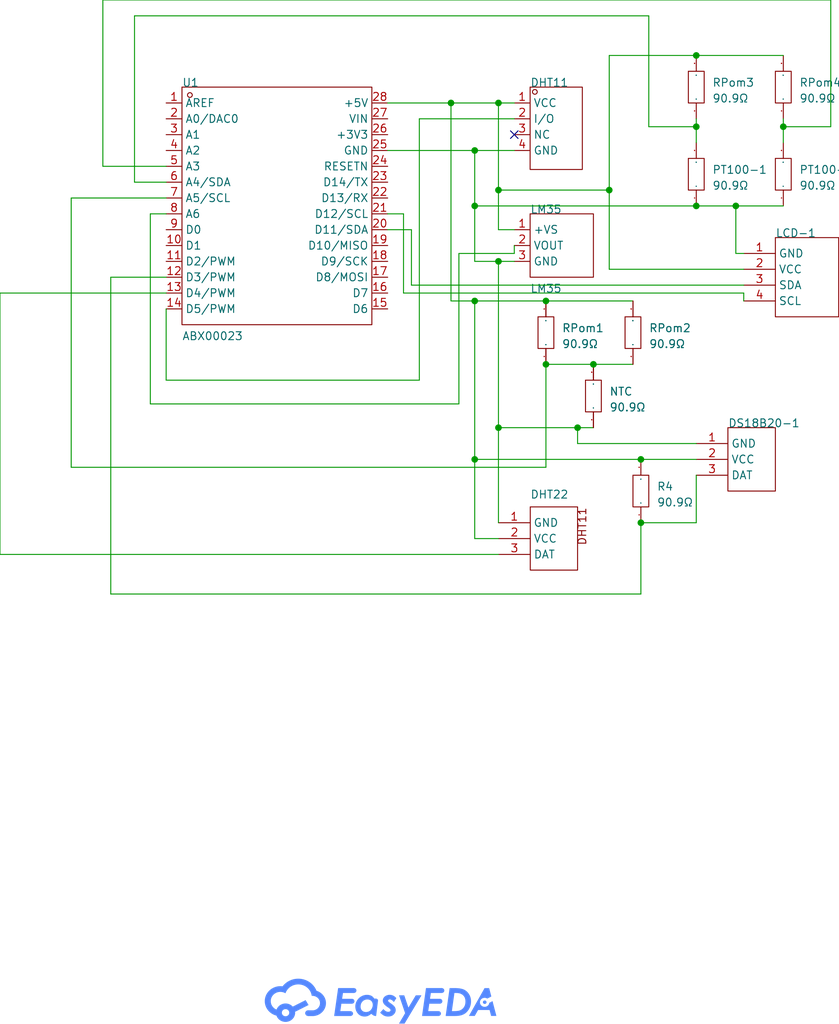
<source format=kicad_sch>
(kicad_sch (version 20250114) (generator "eeschema") (generator_version "9.0")
  (paper "User" 134.696 164.211)
  (lib_symbols
    (symbol "ProPrj_the-easyedapro:ABX00023"
      (property "Reference" "U" (at 0 0 0))
      (symbol "ABX00023_1_0"
        (pin unspecified line (at -17.78 16.51 0) (length 2.54) (name "AREF") (number "1"))
        (pin unspecified line (at -17.78 13.97 0) (length 2.54) (name "A0/DAC0") (number "2"))
        (pin unspecified line (at -17.78 11.43 0) (length 2.54) (name "A1") (number "3"))
        (pin unspecified line (at -17.78 8.89 0) (length 2.54) (name "A2") (number "4"))
        (pin unspecified line (at -17.78 6.35 0) (length 2.54) (name "A3") (number "5"))
        (pin unspecified line (at -17.78 3.81 0) (length 2.54) (name "A4/SDA") (number "6"))
        (pin unspecified line (at -17.78 1.27 0) (length 2.54) (name "A5/SCL") (number "7"))
        (pin unspecified line (at -17.78 -1.27 0) (length 2.54) (name "A6") (number "8"))
        (pin unspecified line (at -17.78 -3.81 0) (length 2.54) (name "D0") (number "9"))
        (pin unspecified line (at -17.78 -6.35 0) (length 2.54) (name "D1") (number "10"))
        (pin unspecified line (at -17.78 -8.89 0) (length 2.54) (name "D2/PWM") (number "11"))
        (pin unspecified line (at -17.78 -11.43 0) (length 2.54) (name "D3/PWM") (number "12"))
        (pin unspecified line (at -17.78 -13.97 0) (length 2.54) (name "D4/PWM") (number "13"))
        (pin unspecified line (at -17.78 -16.51 0) (length 2.54) (name "D5/PWM") (number "14"))
        (pin unspecified line (at 17.78 16.51 180) (length 2.54) (name "+5V") (number "28"))
        (pin unspecified line (at 17.78 13.97 180) (length 2.54) (name "VIN") (number "27"))
        (pin unspecified line (at 17.78 11.43 180) (length 2.54) (name "+3V3") (number "26"))
        (pin unspecified line (at 17.78 8.89 180) (length 2.54) (name "GND") (number "25"))
        (pin unspecified line (at 17.78 6.35 180) (length 2.54) (name "RESETN") (number "24"))
        (pin unspecified line (at 17.78 3.81 180) (length 2.54) (name "D14/TX") (number "23"))
        (pin unspecified line (at 17.78 1.27 180) (length 2.54) (name "D13/RX") (number "22"))
        (pin unspecified line (at 17.78 -1.27 180) (length 2.54) (name "D12/SCL") (number "21"))
        (pin unspecified line (at 17.78 -3.81 180) (length 2.54) (name "D11/SDA") (number "20"))
        (pin unspecified line (at 17.78 -6.35 180) (length 2.54) (name "D10/MISO") (number "19"))
        (pin unspecified line (at 17.78 -8.89 180) (length 2.54) (name "D9/SCK") (number "18"))
        (pin unspecified line (at 17.78 -11.43 180) (length 2.54) (name "D8/MOSI") (number "17"))
        (pin unspecified line (at 17.78 -13.97 180) (length 2.54) (name "D7") (number "16"))
        (pin unspecified line (at 17.78 -16.51 180) (length 2.54) (name "D6") (number "15"))
      )
    )
    (symbol "ProPrj_the-easyedapro:DHT11_C87032"
      (property "Reference" "S" (at 0 0 0))
      (symbol "DHT11_C87032_1_0"
        (pin unspecified line (at -5.08 3.81 0) (length 2.54) (name "VCC") (number "1"))
        (pin unspecified line (at -5.08 1.27 0) (length 2.54) (name "I/O") (number "2"))
        (pin unspecified line (at -5.08 -1.27 0) (length 2.54) (name "NC") (number "3"))
        (pin unspecified line (at -5.08 -3.81 0) (length 2.54) (name "GND") (number "4"))
      )
    )
    (symbol "ProPrj_the-easyedapro:DHT22-cable"
      (symbol "DHT22-cable_1_0"
        (text "DHT11" (at 5.08 5.0546 900) (effects (font (size 1.27 1.27)) (justify right top)))
        (pin input line (at -7.62 2.54 0) (length 5.08) (name "GND") (number "1"))
        (pin input line (at -7.5946 0 0) (length 5.08) (name "VCC") (number "2"))
        (pin input line (at -7.5946 -2.54 0) (length 5.08) (name "DAT") (number "3"))
      )
    )
    (symbol "ProPrj_the-easyedapro:DS1B18-cable"
      (symbol "DS1B18-cable_1_0"
        (pin input line (at -7.62 0 0) (length 5.08) (name "GND") (number "1"))
        (pin input line (at -7.62 -2.54 0) (length 5.08) (name "VCC") (number "2"))
        (pin input line (at -7.62 -5.08 0) (length 5.08) (name "DAT") (number "3"))
      )
    )
    (symbol "ProPrj_the-easyedapro:Drawing-Symbol_A4")
    (symbol "ProPrj_the-easyedapro:LCD-cable"
      (symbol "LCD-cable_1_0"
        (pin input line (at -10.16 2.54 0) (length 5.08) (name "GND") (number "1"))
        (pin input line (at -10.16 0 0) (length 5.08) (name "VCC") (number "2"))
        (pin input line (at -10.16 -2.54 0) (length 5.08) (name "SDA") (number "3"))
        (pin input line (at -10.16 -5.08 0) (length 5.08) (name "SCL") (number "4"))
      )
    )
    (symbol "ProPrj_the-easyedapro:LM35"
      (property "Reference" "U" (at 0 0 0))
      (symbol "LM35_1_0"
        (pin unspecified line (at -5.08 2.54 0) (length 2.54) (name "+VS") (number "1"))
        (pin unspecified line (at -5.08 0 0) (length 2.54) (name "VOUT") (number "2"))
        (pin unspecified line (at -5.08 -2.54 0) (length 2.54) (name "GND") (number "3"))
      )
    )
    (symbol "ProPrj_the-easyedapro:YR1B90R9CC"
      (property "Reference" "R" (at 0 0 0))
      (symbol "YR1B90R9CC_1_0"
        (pin unspecified line (at -5.08 0 0) (length 2.54) (name "1") (number "1"))
        (pin unspecified line (at 5.08 0 180) (length 2.54) (name "2") (number "2"))
      )
    )
  )
  (junction (at 95.25 58.42))
  (junction (at 72.39 16.51))
  (junction (at 80.01 68.58))
  (junction (at 87.63 48.26))
  (junction (at 102.87 83.82))
  (junction (at 97.79 30.48))
  (junction (at 76.2 73.66))
  (junction (at 125.73 20.32))
  (junction (at 111.76 8.89))
  (junction (at 76.2 48.26))
  (junction (at 118.11 33.02))
  (junction (at 76.2 33.02))
  (junction (at 92.71 68.58))
  (junction (at 80.01 41.91))
  (junction (at 76.2 24.13))
  (junction (at 102.87 73.66))
  (junction (at 87.63 58.42))
  (junction (at 80.01 30.48))
  (junction (at 111.76 20.32))
  (junction (at 80.01 16.51))
  (junction (at 111.76 33.02))
  (no_connect (at 82.55 21.59))
  (wire (pts (xy 64.77 46.99) (xy 119.38 46.99)))
  (wire (pts (xy 73.66 64.77) (xy 24.13 64.77)))
  (wire (pts (xy 76.2 41.91) (xy 80.01 41.91)))
  (wire (pts (xy 72.39 48.26) (xy 76.2 48.26)))
  (wire (pts (xy 102.87 83.82) (xy 111.76 83.82)))
  (wire (pts (xy 133.35 0) (xy 16.51 0)))
  (wire (pts (xy 82.55 24.13) (xy 76.2 24.13)))
  (wire (pts (xy 26.67 49.53) (xy 26.67 60.96)))
  (wire (pts (xy 76.2 24.13) (xy 76.2 33.02)))
  (wire (pts (xy 87.63 58.42) (xy 95.25 58.42)))
  (wire (pts (xy 76.2 86.36) (xy 76.2 73.66)))
  (wire (pts (xy 24.13 34.29) (xy 26.67 34.29)))
  (wire (pts (xy 101.6 58.42) (xy 95.25 58.42)))
  (wire (pts (xy 95.25 68.58) (xy 92.71 68.58)))
  (wire (pts (xy 104.14 2.54) (xy 21.59 2.54)))
  (wire (pts (xy 73.66 40.64) (xy 73.66 64.77)))
  (wire (pts (xy 82.55 41.91) (xy 80.01 41.91)))
  (wire (pts (xy 101.6 48.26) (xy 87.63 48.26)))
  (wire (pts (xy 111.76 33.02) (xy 76.2 33.02)))
  (wire (pts (xy 125.73 20.32) (xy 133.35 20.32)))
  (wire (pts (xy 111.76 73.66) (xy 102.87 73.66)))
  (wire (pts (xy 0 88.9) (xy 80.01 88.9)))
  (wire (pts (xy 21.59 2.54) (xy 21.59 29.21)))
  (wire (pts (xy 111.76 20.32) (xy 104.14 20.32)))
  (wire (pts (xy 26.67 60.96) (xy 67.31 60.96)))
  (wire (pts (xy 87.63 74.93) (xy 87.63 58.42)))
  (wire (pts (xy 111.76 8.89) (xy 125.73 8.89)))
  (wire (pts (xy 119.38 46.99) (xy 119.38 48.26)))
  (wire (pts (xy 125.73 22.86) (xy 125.73 20.32)))
  (wire (pts (xy 82.55 39.37) (xy 82.55 40.64)))
  (wire (pts (xy 82.55 16.51) (xy 80.01 16.51)))
  (wire (pts (xy 80.01 83.82) (xy 80.01 68.58)))
  (wire (pts (xy 97.79 8.89) (xy 111.76 8.89)))
  (wire (pts (xy 26.67 31.75) (xy 11.43 31.75)))
  (wire (pts (xy 24.13 64.77) (xy 24.13 34.29)))
  (wire (pts (xy 80.01 36.83) (xy 80.01 30.48)))
  (wire (pts (xy 17.78 44.45) (xy 17.78 95.25)))
  (wire (pts (xy 11.43 74.93) (xy 87.63 74.93)))
  (wire (pts (xy 125.73 33.02) (xy 118.11 33.02)))
  (wire (pts (xy 80.01 30.48) (xy 97.79 30.48)))
  (wire (pts (xy 62.23 24.13) (xy 76.2 24.13)))
  (wire (pts (xy 76.2 86.36) (xy 80.01 86.36)))
  (wire (pts (xy 76.2 41.91) (xy 76.2 33.02)))
  (wire (pts (xy 80.01 68.58) (xy 92.71 68.58)))
  (wire (pts (xy 87.63 48.26) (xy 76.2 48.26)))
  (wire (pts (xy 118.11 40.64) (xy 119.38 40.64)))
  (wire (pts (xy 111.76 22.86) (xy 111.76 20.32)))
  (wire (pts (xy 0 46.99) (xy 0 88.9)))
  (wire (pts (xy 16.51 0) (xy 16.51 26.67)))
  (wire (pts (xy 62.23 16.51) (xy 72.39 16.51)))
  (wire (pts (xy 72.39 16.51) (xy 72.39 48.26)))
  (wire (pts (xy 16.51 26.67) (xy 26.67 26.67)))
  (wire (pts (xy 67.31 19.05) (xy 82.55 19.05)))
  (wire (pts (xy 97.79 43.18) (xy 119.38 43.18)))
  (wire (pts (xy 80.01 36.83) (xy 82.55 36.83)))
  (wire (pts (xy 66.04 45.72) (xy 119.38 45.72)))
  (wire (pts (xy 21.59 29.21) (xy 26.67 29.21)))
  (wire (pts (xy 67.31 60.96) (xy 67.31 19.05)))
  (wire (pts (xy 111.76 19.05) (xy 111.76 20.32)))
  (wire (pts (xy 97.79 30.48) (xy 97.79 8.89)))
  (wire (pts (xy 118.11 33.02) (xy 118.11 40.64)))
  (wire (pts (xy 62.23 36.83) (xy 66.04 36.83)))
  (wire (pts (xy 80.01 16.51) (xy 72.39 16.51)))
  (wire (pts (xy 66.04 36.83) (xy 66.04 45.72)))
  (wire (pts (xy 92.71 71.12) (xy 111.76 71.12)))
  (wire (pts (xy 111.76 33.02) (xy 118.11 33.02)))
  (wire (pts (xy 97.79 30.48) (xy 97.79 43.18)))
  (wire (pts (xy 17.78 95.25) (xy 102.87 95.25)))
  (wire (pts (xy 76.2 48.26) (xy 76.2 73.66)))
  (wire (pts (xy 76.2 73.66) (xy 102.87 73.66)))
  (wire (pts (xy 26.67 46.99) (xy 0 46.99)))
  (wire (pts (xy 11.43 31.75) (xy 11.43 74.93)))
  (wire (pts (xy 125.73 19.05) (xy 125.73 20.32)))
  (wire (pts (xy 104.14 20.32) (xy 104.14 2.54)))
  (wire (pts (xy 133.35 20.32) (xy 133.35 0)))
  (wire (pts (xy 80.01 16.51) (xy 80.01 30.48)))
  (wire (pts (xy 80.01 68.58) (xy 80.01 41.91)))
  (wire (pts (xy 102.87 95.25) (xy 102.87 83.82)))
  (wire (pts (xy 82.55 40.64) (xy 73.66 40.64)))
  (wire (pts (xy 26.67 44.45) (xy 17.78 44.45)))
  (wire (pts (xy 111.76 83.82) (xy 111.76 76.2)))
  (wire (pts (xy 62.23 34.29) (xy 64.77 34.29)))
  (wire (pts (xy 92.71 68.58) (xy 92.71 71.12)))
  (wire (pts (xy 64.77 34.29) (xy 64.77 46.99)))
  (symbol (lib_id "ProPrj_the-easyedapro:DS1B18-cable") (at 119.38 71.12 0) (unit 1)
    (property "Reference" "DS18B20-1" (at 116.84 68.58 0) (effects (justify left bottom)))
    (property "Footprint" "ProPrj_the-easyedapro:DS18B20-cable" (effects (hide yes)))
  )
  (symbol (lib_id "ProPrj_the-easyedapro:YR1B90R9CC") (at 111.76 27.94 90) (unit 1)
    (property "Reference" "PT100-1" (at 114.3 27.94 90) (effects (justify right top)))
    (property "Value" "90.9Ω" (at 114.3 30.48 90) (effects (justify right top)))
    (property "Footprint" "ProPrj_the-easyedapro:RES-TH_BD2.3-L6.3-P10.30-D0.6" (effects (hide yes)))
    (property "Datasheet" "https://item.szlcsc.com/datasheet/YR1B90R9CC/1489567.html" (effects (hide yes)))
    (property "Description" "Type:Metal Film Resistor Resistance:90.9Ω Tolerance:±0.1% Tolerance:±0.1% Power(Watts):250mW Temperature Coefficient:±15ppm/°C Temperature Coefficient:±15ppm/°C Operating Temperature:-65°C~+155°C Operating Temperature:-65°C~+155°C" (effects (hide yes)))
    (property "Manufacturer Part" "YR1B90R9CC" (effects (hide yes)))
    (property "Manufacturer" "TE Connectivity(泰科电子)" (effects (hide yes)))
    (property "Supplier Part" "C1399275" (effects (hide yes)))
    (property "Supplier" "LCSC" (effects (hide yes)))
    (property "LCSC Part Name" "金属膜电阻 90.9Ω ±0.1% 250mW" (effects (hide yes)))
  )
  (symbol (lib_id "ProPrj_the-easyedapro:LM35") (at 87.63 39.37 0) (unit 1)
    (property "Reference" "LM35" (at 85.09 34.29 0) (effects (justify left bottom)))
    (property "Value" "LM35" (at 85.09 46.99 0) (effects (justify left bottom)))
    (property "Footprint" "ProPrj_the-easyedapro:TO-92-3_L4.8-W3.7-P1.27-L" (effects (hide yes)))
    (property "Datasheet" "https://item.szlcsc.com/datasheet/LM35/51598289.html" (effects (hide yes)))
    (property "Manufacturer Part" "LM35" (effects (hide yes)))
    (property "Manufacturer" "Silicore(芯谷)" (effects (hide yes)))
    (property "Supplier Part" "C49196609" (effects (hide yes)))
    (property "Supplier" "LCSC" (effects (hide yes)))
    (property "LCSC Part Name" "LM35" (effects (hide yes)))
  )
  (symbol (lib_id "ProPrj_the-easyedapro:LCD-cable") (at 129.54 43.18 0) (unit 1)
    (property "Reference" "LCD-1" (at 124.46 38.1 0) (effects (justify left bottom)))
    (property "Footprint" "ProPrj_the-easyedapro:LCD-cable" (effects (hide yes)))
  )
  (symbol (lib_id "ProPrj_the-easyedapro:DHT22-cable") (at 87.63 86.36 0) (unit 1)
    (property "Reference" "DHT22" (at 85.09 80.01 0) (effects (justify left bottom)))
    (property "Footprint" "ProPrj_the-easyedapro:DHT22-cable" (effects (hide yes)))
  )
  (symbol (lib_id "ProPrj_the-easyedapro:YR1B90R9CC") (at 102.87 78.74 90) (unit 1)
    (property "Reference" "R4" (at 105.41 78.74 90) (effects (justify right top)))
    (property "Value" "90.9Ω" (at 105.41 81.28 90) (effects (justify right top)))
    (property "Footprint" "ProPrj_the-easyedapro:RES-TH_BD2.3-L6.3-P10.30-D0.6" (effects (hide yes)))
    (property "Datasheet" "https://item.szlcsc.com/datasheet/YR1B90R9CC/1489567.html" (effects (hide yes)))
    (property "Description" "Type:Metal Film Resistor Resistance:90.9Ω Tolerance:±0.1% Tolerance:±0.1% Power(Watts):250mW Temperature Coefficient:±15ppm/°C Temperature Coefficient:±15ppm/°C Operating Temperature:-65°C~+155°C Operating Temperature:-65°C~+155°C" (effects (hide yes)))
    (property "Manufacturer Part" "YR1B90R9CC" (effects (hide yes)))
    (property "Manufacturer" "TE Connectivity(泰科电子)" (effects (hide yes)))
    (property "Supplier Part" "C1399275" (effects (hide yes)))
    (property "Supplier" "LCSC" (effects (hide yes)))
    (property "LCSC Part Name" "金属膜电阻 90.9Ω ±0.1% 250mW" (effects (hide yes)))
  )
  (symbol (lib_id "ProPrj_the-easyedapro:YR1B90R9CC") (at 111.76 13.97 90) (unit 1)
    (property "Reference" "RPom3" (at 114.3 13.97 90) (effects (justify right top)))
    (property "Value" "90.9Ω" (at 114.3 16.51 90) (effects (justify right top)))
    (property "Footprint" "ProPrj_the-easyedapro:RES-TH_BD2.3-L6.3-P10.30-D0.6" (effects (hide yes)))
    (property "Datasheet" "https://item.szlcsc.com/datasheet/YR1B90R9CC/1489567.html" (effects (hide yes)))
    (property "Description" "Type:Metal Film Resistor Resistance:90.9Ω Tolerance:±0.1% Tolerance:±0.1% Power(Watts):250mW Temperature Coefficient:±15ppm/°C Temperature Coefficient:±15ppm/°C Operating Temperature:-65°C~+155°C Operating Temperature:-65°C~+155°C" (effects (hide yes)))
    (property "Manufacturer Part" "YR1B90R9CC" (effects (hide yes)))
    (property "Manufacturer" "TE Connectivity(泰科电子)" (effects (hide yes)))
    (property "Supplier Part" "C1399275" (effects (hide yes)))
    (property "Supplier" "LCSC" (effects (hide yes)))
    (property "LCSC Part Name" "金属膜电阻 90.9Ω ±0.1% 250mW" (effects (hide yes)))
  )
  (symbol (lib_id "ProPrj_the-easyedapro:Drawing-Symbol_A4") (at -82.55 167.64 0) (unit 1)
    (property "Reference" "?" (at -82.55 167.64 0))
    (property "Footprint" "ProPrj_the-easyedapro:" (effects (hide yes)))
    (property "@Board Name" "Board1" (effects (hide yes)))
    (property "@Create Date" "2026-01-11" (effects (hide yes)))
    (property "@Create Time" "12:22:59" (effects (hide yes)))
    (property "@Page Count" "1" (effects (hide yes)))
    (property "@Page Name" "P1" (effects (hide yes)))
    (property "@Page No" "1" (effects (hide yes)))
    (property "@Project Name" "therminator" (effects (hide yes)))
    (property "@Schematic Name" "Schematic1" (effects (hide yes)))
    (property "@Update Date" "2026-01-11" (effects (hide yes)))
    (property "@Update Time" "14:24:14" (effects (hide yes)))
    (property "Company" "EasyEDA.com" (effects (hide yes)))
    (property "Page Size" "A4" (effects (hide yes)))
    (property "Version" "V1.0" (effects (hide yes)))
  )
  (symbol (lib_id "ProPrj_the-easyedapro:ABX00023") (at 44.45 33.02 0) (unit 1)
    (property "Reference" "U1" (at 29.21 13.97 0) (effects (justify left bottom)))
    (property "Value" "ABX00023" (at 29.21 54.61 0) (effects (justify left bottom)))
    (property "Footprint" "ProPrj_the-easyedapro:COMM-TH_28P-L61.5-W25.0-P2.54" (effects (hide yes)))
    (property "Datasheet" "https://item.szlcsc.com/datasheet/ABX00023/20392732.html" (effects (hide yes)))
    (property "Manufacturer Part" "ABX00023" (effects (hide yes)))
    (property "Manufacturer" "arduino" (effects (hide yes)))
    (property "Supplier Part" "C19181030" (effects (hide yes)))
    (property "Supplier" "LCSC" (effects (hide yes)))
    (property "LCSC Part Name" "MKR WIFI 1010:配备ESP32模块的WiFi接口设备" (effects (hide yes)))
  )
  (symbol (lib_id "ProPrj_the-easyedapro:DHT11_C87032") (at 87.63 20.32 0) (unit 1)
    (property "Reference" "DHT11" (at 85.09 13.97 0) (effects (justify left bottom)))
    (property "Value" "DHT11" (effects (hide yes)))
    (property "Footprint" "ProPrj_the-easyedapro:SENSOR-TH_DHT11-1" (effects (hide yes)))
    (property "Manufacturer Part" "DHT11" (effects (hide yes)))
    (property "Supplier Part" "C87032" (effects (hide yes)))
    (property "Supplier" "LCSC" (effects (hide yes)))
    (property "LCSC Part Name" "DHT11  电阻式" (effects (hide yes)))
  )
  (symbol (lib_id "ProPrj_the-easyedapro:YR1B90R9CC") (at 87.63 53.34 90) (unit 1)
    (property "Reference" "RPom1" (at 90.17 53.34 90) (effects (justify right top)))
    (property "Value" "90.9Ω" (at 90.17 55.88 90) (effects (justify right top)))
    (property "Footprint" "ProPrj_the-easyedapro:RES-TH_BD2.3-L6.3-P10.30-D0.6" (effects (hide yes)))
    (property "Datasheet" "https://item.szlcsc.com/datasheet/YR1B90R9CC/1489567.html" (effects (hide yes)))
    (property "Description" "Type:Metal Film Resistor Resistance:90.9Ω Tolerance:±0.1% Tolerance:±0.1% Power(Watts):250mW Temperature Coefficient:±15ppm/°C Temperature Coefficient:±15ppm/°C Operating Temperature:-65°C~+155°C Operating Temperature:-65°C~+155°C" (effects (hide yes)))
    (property "Manufacturer Part" "YR1B90R9CC" (effects (hide yes)))
    (property "Manufacturer" "TE Connectivity(泰科电子)" (effects (hide yes)))
    (property "Supplier Part" "C1399275" (effects (hide yes)))
    (property "Supplier" "LCSC" (effects (hide yes)))
    (property "LCSC Part Name" "金属膜电阻 90.9Ω ±0.1% 250mW" (effects (hide yes)))
  )
  (symbol (lib_id "ProPrj_the-easyedapro:YR1B90R9CC") (at 95.25 63.5 90) (unit 1)
    (property "Reference" "NTC" (at 97.79 63.5 90) (effects (justify right top)))
    (property "Value" "90.9Ω" (at 97.79 66.04 90) (effects (justify right top)))
    (property "Footprint" "ProPrj_the-easyedapro:RES-TH_BD2.3-L6.3-P10.30-D0.6" (effects (hide yes)))
    (property "Datasheet" "https://item.szlcsc.com/datasheet/YR1B90R9CC/1489567.html" (effects (hide yes)))
    (property "Description" "Type:Metal Film Resistor Resistance:90.9Ω Tolerance:±0.1% Tolerance:±0.1% Power(Watts):250mW Temperature Coefficient:±15ppm/°C Temperature Coefficient:±15ppm/°C Operating Temperature:-65°C~+155°C Operating Temperature:-65°C~+155°C" (effects (hide yes)))
    (property "Manufacturer Part" "YR1B90R9CC" (effects (hide yes)))
    (property "Manufacturer" "TE Connectivity(泰科电子)" (effects (hide yes)))
    (property "Supplier Part" "C1399275" (effects (hide yes)))
    (property "Supplier" "LCSC" (effects (hide yes)))
    (property "LCSC Part Name" "金属膜电阻 90.9Ω ±0.1% 250mW" (effects (hide yes)))
  )
  (symbol (lib_id "ProPrj_the-easyedapro:YR1B90R9CC") (at 125.73 13.97 90) (unit 1)
    (property "Reference" "RPom4" (at 128.27 13.97 90) (effects (justify right top)))
    (property "Value" "90.9Ω" (at 128.27 16.51 90) (effects (justify right top)))
    (property "Footprint" "ProPrj_the-easyedapro:RES-TH_BD2.3-L6.3-P10.30-D0.6" (effects (hide yes)))
    (property "Datasheet" "https://item.szlcsc.com/datasheet/YR1B90R9CC/1489567.html" (effects (hide yes)))
    (property "Description" "Type:Metal Film Resistor Resistance:90.9Ω Tolerance:±0.1% Tolerance:±0.1% Power(Watts):250mW Temperature Coefficient:±15ppm/°C Temperature Coefficient:±15ppm/°C Operating Temperature:-65°C~+155°C Operating Temperature:-65°C~+155°C" (effects (hide yes)))
    (property "Manufacturer Part" "YR1B90R9CC" (effects (hide yes)))
    (property "Manufacturer" "TE Connectivity(泰科电子)" (effects (hide yes)))
    (property "Supplier Part" "C1399275" (effects (hide yes)))
    (property "Supplier" "LCSC" (effects (hide yes)))
    (property "LCSC Part Name" "金属膜电阻 90.9Ω ±0.1% 250mW" (effects (hide yes)))
  )
  (symbol (lib_id "ProPrj_the-easyedapro:YR1B90R9CC") (at 101.6 53.34 90) (unit 1)
    (property "Reference" "RPom2" (at 104.14 53.34 90) (effects (justify right top)))
    (property "Value" "90.9Ω" (at 104.14 55.88 90) (effects (justify right top)))
    (property "Footprint" "ProPrj_the-easyedapro:RES-TH_BD2.3-L6.3-P10.30-D0.6" (effects (hide yes)))
    (property "Datasheet" "https://item.szlcsc.com/datasheet/YR1B90R9CC/1489567.html" (effects (hide yes)))
    (property "Description" "Type:Metal Film Resistor Resistance:90.9Ω Tolerance:±0.1% Tolerance:±0.1% Power(Watts):250mW Temperature Coefficient:±15ppm/°C Temperature Coefficient:±15ppm/°C Operating Temperature:-65°C~+155°C Operating Temperature:-65°C~+155°C" (effects (hide yes)))
    (property "Manufacturer Part" "YR1B90R9CC" (effects (hide yes)))
    (property "Manufacturer" "TE Connectivity(泰科电子)" (effects (hide yes)))
    (property "Supplier Part" "C1399275" (effects (hide yes)))
    (property "Supplier" "LCSC" (effects (hide yes)))
    (property "LCSC Part Name" "金属膜电阻 90.9Ω ±0.1% 250mW" (effects (hide yes)))
  )
  (symbol (lib_id "ProPrj_the-easyedapro:YR1B90R9CC") (at 125.73 27.94 90) (unit 1)
    (property "Reference" "PT100-2" (at 128.27 27.94 90) (effects (justify right top)))
    (property "Value" "90.9Ω" (at 128.27 30.48 90) (effects (justify right top)))
    (property "Footprint" "ProPrj_the-easyedapro:RES-TH_BD2.3-L6.3-P10.30-D0.6" (effects (hide yes)))
    (property "Datasheet" "https://item.szlcsc.com/datasheet/YR1B90R9CC/1489567.html" (effects (hide yes)))
    (property "Description" "Type:Metal Film Resistor Resistance:90.9Ω Tolerance:±0.1% Tolerance:±0.1% Power(Watts):250mW Temperature Coefficient:±15ppm/°C Temperature Coefficient:±15ppm/°C Operating Temperature:-65°C~+155°C Operating Temperature:-65°C~+155°C" (effects (hide yes)))
    (property "Manufacturer Part" "YR1B90R9CC" (effects (hide yes)))
    (property "Manufacturer" "TE Connectivity(泰科电子)" (effects (hide yes)))
    (property "Supplier Part" "C1399275" (effects (hide yes)))
    (property "Supplier" "LCSC" (effects (hide yes)))
    (property "LCSC Part Name" "金属膜电阻 90.9Ω ±0.1% 250mW" (effects (hide yes)))
  )
)
</source>
